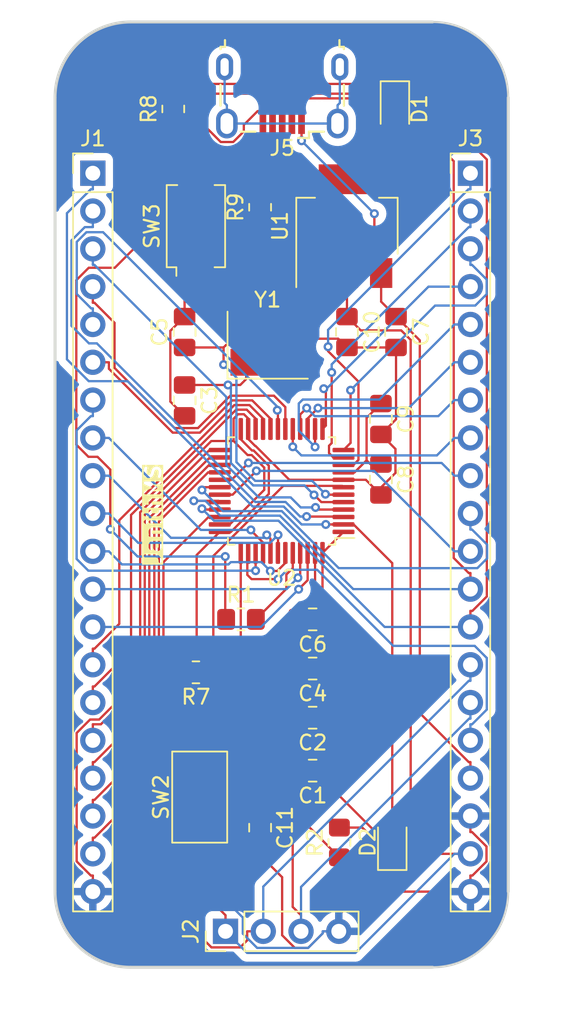
<source format=kicad_pcb>
(kicad_pcb (version 20221018) (generator pcbnew)
  (layers (0 "F.Cu" signal "Top") (31 "B.Cu" signal "Bottom") (34 "B.Paste" user) (35 "F.Paste" user) (36 "B.SilkS" user "B.Silkscreen") (37 "F.SilkS" user "F.Silkscreen") (38 "B.Mask" user) (39 "F.Mask" user) (44 "Edge.Cuts" user))
  (net 0 "")
  (net 1 "+3.3V")
  (net 2 "GND")
  (net 3 "/PD0")
  (net 4 "/PD1")
  (net 5 "VBUS")
  (net 6 "+3.3VA")
  (net 7 "/NRST")
  (net 8 "/PWR_LED_K")
  (net 9 "/PA13")
  (net 10 "/PA14")
  (net 11 "/PB0")
  (net 12 "/PB1")
  (net 13 "/PB2")
  (net 14 "/PB3")
  (net 15 "/PB4")
  (net 16 "/PB5")
  (net 17 "/PA12")
  (net 18 "/PA11")
  (net 19 "/BOOT0")
  (net 21 "unconnected-(J5-Shield-Pad6)")
  (net 22 "Net-(D2-K)")
  (net 23 "/PC13")
  (net 24 "/PC14")
  (net 25 "/PC15")
  (net 26 "/PB6")
  (net 27 "/PB7")
  (net 28 "/PB8")
  (net 29 "/PB9")
  (net 30 "/PB10")
  (net 31 "/PB11")
  (net 32 "/PB12")
  (net 33 "/PB13")
  (net 34 "/PB14")
  (net 35 "/PB15")
  (net 36 "/PA0")
  (net 37 "/PA1")
  (net 38 "/PA2")
  (net 39 "/PA3")
  (net 40 "/PA4")
  (net 41 "/PA5")
  (net 42 "/PA6")
  (net 43 "/PA7")
  (net 44 "/PA8")
  (net 45 "/PA9")
  (net 46 "/PA10")
  (net 47 "/PA15")
  (net 48 "Net-(R1-Pad1)")
  (footprint "Resistor_SMD:R_0805_2012Metric_Pad1.20x1.40mm_HandSolder" (layer "F.Cu") (at 87.4527 55.626 90)
    (fp_text reference "R9")
    (fp_text value "1k5")
  )
  (footprint "Capacitor_SMD:C_0805_2012Metric_Pad1.18x1.45mm_HandSolder" (layer "F.Cu") (at 90.9872 89.916 180)
    (fp_text reference "C2")
    (fp_text value "100n")
  )
  (footprint "Package_TO_SOT_SMD:SOT-223-3_TabPin2" (layer "F.Cu") (at 93.2947 56.896 90)
    (fp_text reference "U1")
    (fp_text value "AMS1117-3.3")
  )
  (footprint "Capacitor_SMD:C_0805_2012Metric_Pad1.18x1.45mm_HandSolder" (layer "F.Cu") (at 82.3727 68.6015 -90)
    (fp_text reference "C3")
    (fp_text value "100n")
  )
  (footprint "Capacitor_SMD:C_0805_2012Metric_Pad1.18x1.45mm_HandSolder" (layer "F.Cu") (at 90.9872 93.472 180)
    (fp_text reference "C1")
    (fp_text value "10n")
  )
  (footprint "Capacitor_SMD:C_0805_2012Metric_Pad1.18x1.45mm_HandSolder" (layer "F.Cu") (at 93.2947 64.008 -90)
    (fp_text reference "C10")
    (fp_text value "22u")
  )
  (footprint "Crystal:Crystal_SMD_3225-4Pin_3.2x2.5mm_HandSoldering" (layer "F.Cu") (at 87.9607 64.89)
    (fp_text reference "Y1")
    (fp_text value "Crystal_GND24")
  )
  (footprint "Button_Switch_SMD:SW_SPST_CK_RS282G05A3" (layer "F.Cu") (at 83.3887 95.25 90)
    (fp_text reference "SW2")
    (fp_text value "SW_Push")
  )
  (footprint "Resistor_SMD:R_0805_2012Metric_Pad1.20x1.40mm_HandSolder" (layer "F.Cu") (at 83.1347 86.868 180)
    (fp_text reference "R7")
    (fp_text value "10k")
  )
  (footprint "Resistor_SMD:R_0805_2012Metric_Pad1.20x1.40mm_HandSolder" (layer "F.Cu") (at 86.1667 83.312)
    (fp_text reference "R1")
    (fp_text value "10k")
  )
  (footprint "LED_SMD:LED_0805_2012Metric_Pad1.15x1.40mm_HandSolder" (layer "F.Cu") (at 96.52 49.022 -90)
    (fp_text reference "D1")
    (fp_text value "LED")
  )
  (footprint "LED_SMD:LED_0805_2012Metric_Pad1.15x1.40mm_HandSolder" (layer "F.Cu") (at 96.3427 98.289 90)
    (fp_text reference "D2")
    (fp_text value "LED")
  )
  (footprint "Connector_PinHeader_2.54mm:PinHeader_1x04_P2.54mm_Vertical" (layer "F.Cu") (at 85.1254 104.267 90)
    (fp_text reference "J2")
    (fp_text value "Conn_01x04_Pin")
  )
  (footprint "Package_QFP:LQFP-48_7x7mm_P0.5mm" (layer "F.Cu") (at 88.9 74.684 180)
    (fp_text reference "U2")
    (fp_text value "STM32F103C8Tx")
  )
  (footprint "Capacitor_SMD:C_0805_2012Metric_Pad1.18x1.45mm_HandSolder" (layer "F.Cu") (at 87.4527 97.3035 -90)
    (fp_text reference "C11")
    (fp_text value "0.1u")
  )
  (footprint "Capacitor_SMD:C_0805_2012Metric_Pad1.18x1.45mm_HandSolder" (layer "F.Cu") (at 95.5807 69.85 -90)
    (fp_text reference "C9")
    (fp_text value "1u")
  )
  (footprint "Capacitor_SMD:C_0805_2012Metric_Pad1.18x1.45mm_HandSolder" (layer "F.Cu") (at 82.3727 64.008 90)
    (fp_text reference "C5")
    (fp_text value "100n")
  )
  (footprint "Capacitor_SMD:C_0805_2012Metric_Pad1.18x1.45mm_HandSolder" (layer "F.Cu") (at 90.9872 83.312 180)
    (fp_text reference "C6")
    (fp_text value "100n")
  )
  (footprint "Capacitor_SMD:C_0805_2012Metric_Pad1.18x1.45mm_HandSolder" (layer "F.Cu") (at 96.5967 64.008 -90)
    (fp_text reference "C7")
    (fp_text value "22u")
  )
  (footprint "Connector_USB:USB_Micro-B_Wuerth_629105150521" (layer "F.Cu") (at 88.94 48.1514 180)
    (fp_text reference "J5")
    (fp_text value "USB_B_Mini")
  )
  (footprint "Button_Switch_SMD:SW_DIP_SPSTx02_Slide_Copal_CHS-02A_W5.08mm_P1.27mm_JPin" (layer "F.Cu") (at 83.1347 56.896 90)
    (fp_text reference "SW3")
    (fp_text value "SW_DIP_x02")
  )
  (footprint "Capacitor_SMD:C_0805_2012Metric_Pad1.18x1.45mm_HandSolder" (layer "F.Cu") (at 90.9872 86.614 180)
    (fp_text reference "C4")
    (fp_text value "100n")
  )
  (footprint "Connector_PinHeader_2.54mm:PinHeader_1x20_P2.54mm_Vertical" (layer "F.Cu") (at 101.6 53.34)
    (fp_text reference "J3")
    (fp_text value "Conn_01x20_Pin")
  )
  (footprint "Connector_PinHeader_2.54mm:PinHeader_1x20_P2.54mm_Vertical" (layer "F.Cu") (at 76.2 53.34)
    (fp_text reference "J1")
    (fp_text value "Conn_01x20_Pin")
  )
  (footprint "Resistor_SMD:R_0805_2012Metric_Pad1.20x1.40mm_HandSolder" (layer "F.Cu") (at 81.6107 49.022 90)
    (fp_text reference "R8")
    (fp_text value "1k5")
  )
  (footprint "Capacitor_SMD:C_0805_2012Metric_Pad1.18x1.45mm_HandSolder" (layer "F.Cu") (at 95.5807 73.914 -90)
    (fp_text reference "C8")
    (fp_text value "10n")
  )
  (footprint "Resistor_SMD:R_0805_2012Metric_Pad1.20x1.40mm_HandSolder" (layer "F.Cu") (at 92.7867 98.298 90)
    (fp_text reference "R2")
    (fp_text value "1k5")
  )
  (gr_line (start 78.74 106.68) (end 99.06 106.68) (stroke (width 0.2)) (layer "Edge.Cuts"))
  (gr_line (start 73.66 48.26) (end 73.66 101.6) (stroke (width 0.2)) (layer "Edge.Cuts"))
  (gr_line (start 78.74 43.18) (end 99.06 43.18) (stroke (width 0.2)) (layer "Edge.Cuts"))
  (gr_arc (start 99.06 43.18) (mid 102.652102 44.667898) (end 104.14 48.26) (stroke (width 0.15)) (layer "Edge.Cuts"))
  (gr_arc (start 73.66 48.26) (mid 75.147898 44.667898) (end 78.74 43.18) (stroke (width 0.2)) (layer "Edge.Cuts"))
  (gr_arc (start 78.74 106.68) (mid 75.147898 105.192102) (end 73.66 101.6) (stroke (width 0.2)) (layer "Edge.Cuts"))
  (gr_arc (start 104.14 101.6) (mid 102.652102 105.192102) (end 99.06 106.68) (stroke (width 0.15)) (layer "Edge.Cuts"))
  (gr_line (start 104.14 48.26) (end 104.14 101.6) (stroke (width 0.2)) (layer "Edge.Cuts"))
  (gr_text "JanithMS" (at 80.270708 76.261512 90) (layer "F.SilkS" knockout) (effects (font (size 1 1) (thickness 0.2) bold)))
  (segment (start 97.5804 98.1135) (end 98.5269 99.06) (width 0.1524) (layer "F.Cu") (net 1))
  (segment (start 91.65 78.8465) (end 93.0625 77.434) (width 0.1524) (layer "F.Cu") (net 1))
  (segment (start 93.2947 53.746) (end 91.1642 53.746) (width 0.1524) (layer "F.Cu") (net 1))
  (segment (start 96.52 50.047) (end 95.4252 51.1418) (width 0.1524) (layer "F.Cu") (net 1))
  (segment (start 92.0247 89.916) (end 92.0247 86.614) (width 0.1524) (layer "F.Cu") (net 1))
  (segment (start 92.0247 94.4034) (end 95.7348 98.1135) (width 0.1524) (layer "F.Cu") (net 1))
  (segment (start 87.4527 56.626) (end 91.1642 56.626) (width 0.1524) (layer "F.Cu") (net 1))
  (segment (start 92.0247 86.614) (end 92.0247 83.312) (width 0.1524) (layer "F.Cu") (net 1))
  (segment (start 83.1848 85.9181) (end 83.1848 78.9867) (width 0.1524) (layer "F.Cu") (net 1))
  (segment (start 98.5269 99.06) (end 100.5195 99.06) (width 0.1524) (layer "F.Cu") (net 1))
  (segment (start 86.15 71.2119) (end 86.15 70.5215) (width 0.1524) (layer "F.Cu") (net 1))
  (segment (start 93.2947 53.746) (end 95.4252 53.746) (width 0.1524) (layer "F.Cu") (net 1))
  (segment (start 93.2947 58.7565) (end 93.2947 60.046) (width 0.1524) (layer "F.Cu") (net 1))
  (segment (start 88.0383 74.8839) (end 88.0383 72.9891) (width 0.1524) (layer "F.Cu") (net 1))
  (segment (start 93.2947 60.046) (end 93.2947 62.9705) (width 0.1524) (layer "F.Cu") (net 1))
  (segment (start 91.1642 56.626) (end 93.2947 58.7565) (width 0.1524) (layer "F.Cu") (net 1))
  (segment (start 83.1848 85.9181) (end 84.1347 86.868) (width 0.1524) (layer "F.Cu") (net 1))
  (segment (start 85.6732 58.4055) (end 87.4527 56.626) (width 0.1524) (layer "F.Cu") (net 1))
  (segment (start 91.65 82.9373) (end 92.0247 83.312) (width 0.1524) (layer "F.Cu") (net 1))
  (segment (start 85.4882 77.434) (end 88.0383 74.8839) (width 0.1524) (layer "F.Cu") (net 1))
  (segment (start 81.5603 85.9181) (end 83.1848 85.9181) (width 0.1524) (layer "F.Cu") (net 1))
  (segment (start 94.2242 63.9) (end 93.2947 62.9705) (width 0.1524) (layer "F.Cu") (net 1))
  (segment (start 97.5804 64.5342) (end 96.9462 63.9) (width 0.1524) (layer "F.Cu") (net 1))
  (segment (start 92.0247 93.472) (end 92.0247 89.916) (width 0.1524) (layer "F.Cu") (net 1))
  (segment (start 91.1642 56.626) (end 91.1642 53.746) (width 0.1524) (layer "F.Cu") (net 1))
  (segment (start 82.4997 59.436) (end 82.4997 58.4055) (width 0.1524) (layer "F.Cu") (net 1))
  (segment (start 84.7375 77.434) (end 85.4882 77.434) (width 0.1524) (layer "F.Cu") (net 1))
  (segment (start 91.65 78.8465) (end 91.65 82.9373) (width 0.1524) (layer "F.Cu") (net 1))
  (segment (start 83.1848 78.9867) (end 84.7375 77.434) (width 0.1524) (layer "F.Cu") (net 1))
  (segment (start 92.0247 93.472) (end 92.0247 94.4034) (width 0.1524) (layer "F.Cu") (net 1))
  (segment (start 85.1254 104.267) (end 85.1254 103.1865) (width 0.1524) (layer "F.Cu") (net 1))
  (segment (start 87.0146 71.9654) (end 86.9035 71.9654) (width 0.1524) (layer "F.Cu") (net 1))
  (segment (start 96.9462 63.9) (end 94.2242 63.9) (width 0.1524) (layer "F.Cu") (net 1))
  (segment (start 88.0383 72.9891) (end 87.0146 71.9654) (width 0.1524) (layer "F.Cu") (net 1))
  (segment (start 97.5804 98.1135) (end 97.5804 64.5342) (width 0.1524) (layer "F.Cu") (net 1))
  (segment (start 82.4997 58.4055) (end 85.6732 58.4055) (width 0.1524) (layer "F.Cu") (net 1))
  (segment (start 81.3032 99.3643) (end 81.3032 86.1752) (width 0.1524) (layer "F.Cu") (net 1))
  (segment (start 85.1254 103.1865) (end 81.3032 99.3643) (width 0.1524) (layer "F.Cu") (net 1))
  (segment (start 81.3032 86.1752) (end 81.5603 85.9181) (width 0.1524) (layer "F.Cu") (net 1))
  (segment (start 101.6 99.06) (end 100.5195 99.06) (width 0.1524) (layer "F.Cu") (net 1))
  (segment (start 95.4252 51.1418) (end 95.4252 53.746) (width 0.1524) (layer "F.Cu") (net 1))
  (segment (start 95.7348 98.1135) (end 97.5804 98.1135) (width 0.1524) (layer "F.Cu") (net 1))
  (segment (start 86.9035 71.9654) (end 86.15 71.2119) (width 0.1524) (layer "F.Cu") (net 1))
  (segment (start 93.859 105.7205) (end 100.5195 99.06) (width 0.1524) (layer "B.Cu") (net 1))
  (segment (start 85.1254 104.267) (end 86.5789 105.7205) (width 0.1524) (layer "B.Cu") (net 1))
  (segment (start 86.5789 105.7205) (end 93.859 105.7205) (width 0.1524) (layer "B.Cu") (net 1))
  (segment (start 101.6 99.06) (end 100.5195 99.06) (width 0.1524) (layer "B.Cu") (net 1))
  (segment (start 93.7279 102.204) (end 93.7279 101.6) (width 0.1524) (layer "F.Cu") (net 2))
  (segment (start 89.417 73.934) (end 87.1417 71.6587) (width 0.1524) (layer "F.Cu") (net 2))
  (segment (start 76.6277 90.0396) (end 79.3855 87.2818) (width 0.1524) (layer "F.Cu") (net 2))
  (segment (start 90.9947 62.6095) (end 90.9947 61.2765) (width 0.1524) (layer "F.Cu") (net 2))
  (segment (start 90.9947 64.456) (end 89.4107 66.04) (width 0.1524) (layer "F.Cu") (net 2))
  (segment (start 92.7867 99.298) (end 89.9512 96.4625) (width 0.1524) (layer "F.Cu") (net 2))
  (segment (start 81.8333 58.1551) (end 84.6028 55.3856) (width 0.1524) (layer "F.Cu") (net 2))
  (segment (start 84.1714 71.3289) (end 85.6703 71.3289) (width 0.1524) (layer "F.Cu") (net 2))
  (segment (start 85.9127 62.6095) (end 86.5107 62.6095) (width 0.1524) (layer "F.Cu") (net 2))
  (segment (start 76.0649 100.5195) (end 75.1119 99.5665) (width 0.1524) (layer "F.Cu") (net 2))
  (segment (start 87.1417 71.6587) (end 87.1174 71.6587) (width 0.1524) (layer "F.Cu") (net 2))
  (segment (start 92.7454 104.267) (end 91.6649 104.267) (width 0.1524) (layer "F.Cu") (net 2))
  (segment (start 96.5967 69.8715) (end 95.5807 70.8875) (width 0.1524) (layer "F.Cu") (net 2))
  (segment (start 82.5102 60.9532) (end 81.8333 60.2763) (width 0.1524) (layer "F.Cu") (net 2))
  (segment (start 101.7119 97.6005) (end 101.6 97.6005) (width 0.1524) (layer "F.Cu") (net 2))
  (segment (start 84.7375 76.934) (end 85.4073 76.934) (width 0.1524) (layer "F.Cu") (net 2))
  (segment (start 94.5632 73.934) (end 93.0625 73.934) (width 0.1524) (layer "F.Cu") (net 2))
  (segment (start 82.3727 62.9705) (end 81.4149 63.9283) (width 0.1524) (layer "F.Cu") (net 2))
  (segment (start 84.6028 53.0141) (end 81.6107 50.022) (width 0.1524) (layer "F.Cu") (net 2))
  (segment (start 88.9354 104.529) (end 88.9354 100.6327) (width 0.1524) (layer "F.Cu") (net 2))
  (segment (start 76.0168 90.0396) (end 76.6277 90.0396) (width 0.1524) (layer "F.Cu") (net 2))
  (segment (start 87.1174 71.6587) (end 86.65 71.1913) (width 0.1524) (layer "F.Cu") (net 2))
  (segment (start 76.2 101.6) (end 76.2 100.5195) (width 0.1524) (layer "F.Cu") (net 2))
  (segment (start 86.5107 63.74) (end 86.5107 62.6095) (width 0.1524) (layer "F.Cu") (net 2))
  (segment (start 81.8333 60.2763) (end 81.8333 58.1551) (width 0.1524) (layer "F.Cu") (net 2))
  (segment (start 93.0625 73.934) (end 89.417 73.934) (width 0.1524) (layer "F.Cu") (net 2))
  (segment (start 86.8875 72.2721) (end 86.6135 72.2721) (width 0.1524) (layer "F.Cu") (net 2))
  (segment (start 102.6807 99.5739) (end 102.6807 98.5693) (width 0.1524) (layer "F.Cu") (net 2))
  (segment (start 91.6649 104.4021) (end 90.6872 105.3798) (width 0.1524) (layer "F.Cu") (net 2))
  (segment (start 90.9947 62.6095) (end 86.5107 62.6095) (width 0.1524) (layer "F.Cu") (net 2))
  (segment (start 96.5567 71.8635) (end 96.5567 73.4734) (width 0.1524) (layer "F.Cu") (net 2))
  (segment (start 87.4527 99.15) (end 84.3692 99.15) (width 0.1524) (layer "F.Cu") (net 2))
  (segment (start 89.9497 93.472) (end 89.9497 89.916) (width 0.1524) (layer "F.Cu") (net 2))
  (segment (start 86.65 69.8156) (end 86.65 70.5215) (width 0.1524) (layer "F.Cu") (net 2))
  (segment (start 92.7454 103.1865) (end 93.7279 102.204) (width 0.1524) (layer "F.Cu") (net 2))
  (segment (start 82.5102 60.9532) (end 82.9969 60.4665) (width 0.1524) (layer "F.Cu") (net 2))
  (segment (start 95.5807 70.8875) (end 96.5567 71.8635) (width 0.1524) (layer "F.Cu") (net 2))
  (segment (start 84.6028 53.0141) (end 85.5578 53.0141) (width 0.1524) (layer "F.Cu") (net 2))
  (segment (start 85.6703 69.8302) (end 85.9696 69.5309) (width 0.1524) (layer "F.Cu") (net 2))
  (segment (start 87.7316 74.6097) (end 87.7316 73.1162) (width 0.1524) (layer "F.Cu") (net 2))
  (segment (start 83.7697 59.436) (end 83.7697 60.4665) (width 0.1524) (layer "F.Cu") (net 2))
  (segment (start 93.7279 100.2392) (end 92.7867 99.298) (width 0.1524) (layer "F.Cu") (net 2))
  (segment (start 101.7351 100.5195) (end 102.6807 99.5739) (width 0.1524) (layer "F.Cu") (net 2))
  (segment (start 91.15 82.1117) (end 91.15 78.8465) (width 0.1524) (layer "F.Cu") (net 2))
  (segment (start 90.6872 105.3798) (end 89.7862 105.3798) (width 0.1524) (layer "F.Cu") (net 2))
  (segment (start 89.9512 96.4625) (end 89.9512 93.4735) (width 0.1524) (layer "F.Cu") (net 2))
  (segment (start 89.9512 93.4735) (end 89.9497 93.472) (width 0.1524) (layer "F.Cu") (net 2))
  (segment (start 102.6807 98.5693) (end 101.7119 97.6005) (width 0.1524) (layer "F.Cu") (net 2))
  (segment (start 93.7279 101.6) (end 100.5195 101.6) (width 0.1524) (layer "F.Cu") (net 2))
  (segment (start 93.7279 101.6) (end 93.7279 100.2392) (width 0.1524) (layer "F.Cu") (net 2))
  (segment (start 89.9497 86.614) (end 89.9497 89.916) (width 0.1524) (layer "F.Cu") (net 2))
  (segment (start 95.3297 74.7004) (end 95.5807 74.9515) (width 0.1524) (layer "F.Cu") (net 2))
  (segment (start 86.65 71.1913) (end 86.65 70.5215) (width 0.1524) (layer "F.Cu") (net 2))
  (segment (start 86.6135 72.2721) (end 85.6703 71.3289) (width 0.1524) (layer "F.Cu") (net 2))
  (segment (start 89.7862 105.3798) (end 88.9354 104.529) (width 0.1524) (layer "F.Cu") (net 2))
  (segment (start 92.7454 104.267) (end 92.7454 103.1865) (width 0.1524) (layer "F.Cu") (net 2))
  (segment (start 93.2947 65.0455) (end 92.7052 64.456) (width 0.1524) (layer "F.Cu") (net 2))
  (segment (start 85.6703 71.3289) (end 85.6703 69.8302) (width 0.1524) (layer "F.Cu") (net 2))
  (segment (start 75.1119 99.5665) (end 75.1119 90.9445) (width 0.1524) (layer "F.Cu") (net 2))
  (segment (start 89.9497 83.312) (end 91.15 82.1117) (width 0.1524) (layer "F.Cu") (net 2))
  (segment (start 81.4149 68.6812) (end 82.3727 69.639) (width 0.1524) (layer "F.Cu") (net 2))
  (segment (start 76.2 100.5195) (end 76.0649 100.5195) (width 0.1524) (layer "F.Cu") (net 2))
  (segment (start 101.6 96.52) (end 101.6 97.6005) (width 0.1524) (layer "F.Cu") (net 2))
  (segment (start 96.5567 73.4734) (end 95.3297 74.7004) (width 0.1524) (layer "F.Cu") (net 2))
  (segment (start 95.3297 74.7004) (end 94.5632 73.934) (width 0.1524) (layer "F.Cu") (net 2))
  (segment (start 91.6649 104.267) (end 91.6649 104.4021) (width 0.1524) (layer "F.Cu") (net 2))
  (segment (start 87.4527 99.15) (end 87.4527 98.341) (width 0.1524) (layer "F.Cu") (net 2))
  (segment (start 90.9947 60.046) (end 90.9947 61.2765) (width 0.1524) (layer "F.Cu") (net 2))
  (segment (start 79.3855 76.1148) (end 84.1714 71.3289) (width 0.1524) (layer "F.Cu") (net 2))
  (segment (start 83.7697 60.4665) (end 85.9127 62.6095) (width 0.1524) (layer "F.Cu") (net 2))
  (segment (start 79.3855 87.2818) (end 79.3855 76.1148) (width 0.1524) (layer "F.Cu") (net 2))
  (segment (start 101.6 101.6) (end 101.6 100.5195) (width 0.1524) (layer "F.Cu") (net 2))
  (segment (start 82.3727 61.0907) (end 82.5102 60.9532) (width 0.1524) (layer "F.Cu") (net 2))
  (segment (start 83.3887 99.15) (end 84.3692 99.15) (width 0.1524) (layer "F.Cu") (net 2))
  (segment (start 87.7316 73.1162) (end 86.8875 72.2721) (width 0.1524) (layer "F.Cu") (net 2))
  (segment (start 86.3653 69.5309) (end 86.65 69.8156) (width 0.1524) (layer "F.Cu") (net 2))
  (segment (start 85.4073 76.934) (end 87.7316 74.6097) (width 0.1524) (layer "F.Cu") (net 2))
  (segment (start 101.6 101.6) (end 100.5195 101.6) (width 0.1524) (layer "F.Cu") (net 2))
  (segment (start 92.7052 64.456) (end 90.9947 64.456) (width 0.1524) (layer "F.Cu") (net 2))
  (segment (start 87.64 50.0514) (end 87.64 50.9319) (width 0.1524) (layer "F.Cu") (net 2))
  (segment (start 90.9947 62.6095) (end 90.9947 64.456) (width 0.1524) (layer "F.Cu") (net 2))
  (segment (start 101.6 100.5195) (end 101.7351 100.5195) (width 0.1524) (layer "F.Cu") (net 2))
  (segment (start 81.4149 63.9283) (end 81.4149 68.6812) (width 0.1524) (layer "F.Cu") (net 2))
  (segment (start 89.9497 86.614) (end 89.9497 83.312) (width 0.1524) (layer "F.Cu") (net 2))
  (segment (start 82.9969 60.4665) (end 83.7697 60.4665) (width 0.1524) (layer "F.Cu") (net 2))
  (segment (start 96.5967 65.0455) (end 93.2947 65.0455) (width 0.1524) (layer "F.Cu") (net 2))
  (segment (start 85.9696 69.5309) (end 86.3653 69.5309) (width 0.1524) (layer "F.Cu") (net 2))
  (segment (start 75.1119 90.9445) (end 76.0168 90.0396) (width 0.1524) (layer "F.Cu") (net 2))
  (segment (start 84.6028 55.3856) (end 84.6028 53.0141) (width 0.1524) (layer "F.Cu") (net 2))
  (segment (start 96.5967 65.0455) (end 96.5967 69.8715) (width 0.1524) (layer "F.Cu") (net 2))
  (segment (start 82.3727 62.9705) (end 82.3727 61.0907) (width 0.1524) (layer "F.Cu") (net 2))
  (segment (start 88.9354 100.6327) (end 87.4527 99.15) (width 0.1524) (layer "F.Cu") (net 2))
  (segment (start 85.5578 53.0141) (end 87.64 50.9319) (width 0.1524) (layer "F.Cu") (net 2))
  (segment (start 87.2503 105.3799) (end 86.2874 104.417) (width 0.1524) (layer "B.Cu") (net 2))
  (segment (start 90.6871 105.3799) (end 87.2503 105.3799) (width 0.1524) (layer "B.Cu") (net 2))
  (segment (start 86.2874 103.3416) (end 84.5458 101.6) (width 0.1524) (layer "B.Cu") (net 2))
  (segment (start 84.5458 101.6) (end 76.2 101.6) (width 0.1524) (layer "B.Cu") (net 2))
  (segment (start 92.7454 104.267) (end 91.6649 104.267) (width 0.1524) (layer "B.Cu") (net 2))
  (segment (start 91.6649 104.267) (end 91.6649 104.4021) (width 0.1524) (layer "B.Cu") (net 2))
  (segment (start 91.6649 104.4021) (end 90.6871 105.3799) (width 0.1524) (layer "B.Cu") (net 2))
  (segment (start 86.2874 104.417) (end 86.2874 103.3416) (width 0.1524) (layer "B.Cu") (net 2))
  (segment (start 91.5731 75.434) (end 91.0922 74.9531) (width 0.1524) (layer "F.Cu") (net 3))
  (segment (start 85.2924 67.564) (end 86.1172 67.564) (width 0.1524) (layer "F.Cu") (net 3))
  (segment (start 86.5107 66.04) (end 86.5107 67.1705) (width 0.1524) (layer "F.Cu") (net 3))
  (segment (start 93.0625 75.434) (end 91.5731 75.434) (width 0.1524) (layer "F.Cu") (net 3))
  (segment (start 86.1172 67.564) (end 86.5107 67.1705) (width 0.1524) (layer "F.Cu") (net 3))
  (segment (start 82.3727 67.564) (end 85.2924 67.564) (width 0.1524) (layer "F.Cu") (net 3))
  (segment (start 91.0922 74.9531) (end 91.0794 74.9531) (width 0.1524) (layer "F.Cu") (net 3))
  (via (at 85.2924 67.564) (size 0.6) (drill 0.3) (layers "F.Cu" "B.Cu") (net 3))
  (via (at 91.0794 74.9531) (size 0.6) (drill 0.3) (layers "F.Cu" "B.Cu") (net 3))
  (segment (start 85.4862 67.7578) (end 85.2924 67.564) (width 0.1524) (layer "B.Cu") (net 3))
  (segment (start 85.4862 72.8055) (end 85.4862 67.7578) (width 0.1524) (layer "B.Cu") (net 3))
  (segment (start 91.0794 74.9531) (end 90.4396 74.3133) (width 0.1524) (layer "B.Cu") (net 3))
  (segment (start 86.994 74.3133) (end 85.4862 72.8055) (width 0.1524) (layer "B.Cu") (net 3))
  (segment (start 90.4396 74.3133) (end 86.994 74.3133) (width 0.1524) (layer "B.Cu") (net 3))
  (segment (start 91.88 74.934) (end 91.8465 74.9005) (width 0.1524) (layer "F.Cu") (net 4))
  (segment (start 85.1705 64.8705) (end 84.9955 65.0455) (width 0.1524) (layer "F.Cu") (net 4))
  (segment (start 84.9955 65.0455) (end 84.9955 66.1993) (width 0.1524) (layer "F.Cu") (net 4))
  (segment (start 89.4107 63.74) (end 89.4107 64.8705) (width 0.1524) (layer "F.Cu") (net 4))
  (segment (start 89.4107 64.8705) (end 85.1705 64.8705) (width 0.1524) (layer "F.Cu") (net 4))
  (segment (start 84.9955 65.0455) (end 82.3727 65.0455) (width 0.1524) (layer "F.Cu") (net 4))
  (segment (start 93.0625 74.934) (end 91.88 74.934) (width 0.1524) (layer "F.Cu") (net 4))
  (via (at 91.8465 74.9005) (size 0.6) (drill 0.3) (layers "F.Cu" "B.Cu") (net 4))
  (via (at 84.9955 66.1993) (size 0.6) (drill 0.3) (layers "F.Cu" "B.Cu") (net 4))
  (segment (start 91.8465 74.9005) (end 90.9526 74.0066) (width 0.1524) (layer "B.Cu") (net 4))
  (segment (start 87.1212 74.0066) (end 85.8595 72.7449) (width 0.1524) (layer "B.Cu") (net 4))
  (segment (start 90.9526 74.0066) (end 87.1212 74.0066) (width 0.1524) (layer "B.Cu") (net 4))
  (segment (start 85.8595 72.7449) (end 85.8595 67.0633) (width 0.1524) (layer "B.Cu") (net 4))
  (segment (start 85.8595 67.0633) (end 84.9955 66.1993) (width 0.1524) (layer "B.Cu") (net 4))
  (segment (start 101.6 92.8995) (end 101.488 92.8995) (width 0.1524) (layer "F.Cu") (net 5))
  (segment (start 95.5947 61.9685) (end 96.5967 62.9705) (width 0.1524) (layer "F.Cu") (net 5))
  (segment (start 98.1938 64.5676) (end 96.5967 62.9705) (width 0.1524) (layer "F.Cu") (net 5))
  (segment (start 95.1386 58.3594) (end 95.1386 56.058) (width 0.1524) (layer "F.Cu") (net 5))
  (segment (start 95.5947 58.8155) (end 95.1386 58.3594) (width 0.1524) (layer "F.Cu") (net 5))
  (segment (start 95.5947 60.046) (end 95.5947 58.8155) (width 0.1524) (layer "F.Cu") (net 5))
  (segment (start 90.24 50.0514) (end 90.24 50.9319) (width 0.1524) (layer "F.Cu") (net 5))
  (segment (start 90.24 50.9319) (end 90.24 51.1594) (width 0.1524) (layer "F.Cu") (net 5))
  (segment (start 101.488 92.8995) (end 98.1938 89.6053) (width 0.1524) (layer "F.Cu") (net 5))
  (segment (start 101.6 93.98) (end 101.6 92.8995) (width 0.1524) (layer "F.Cu") (net 5))
  (segment (start 98.1938 89.6053) (end 98.1938 64.5676) (width 0.1524) (layer "F.Cu") (net 5))
  (segment (start 95.5947 60.046) (end 95.5947 61.9685) (width 0.1524) (layer "F.Cu") (net 5))
  (via (at 95.1386 56.058) (size 0.6) (drill 0.3) (layers "F.Cu" "B.Cu") (net 5))
  (via (at 90.24 51.1594) (size 0.6) (drill 0.3) (layers "F.Cu" "B.Cu") (net 5))
  (segment (start 90.24 51.1594) (end 95.1386 56.058) (width 0.1524) (layer "B.Cu") (net 5))
  (segment (start 94.6156 69.7776) (end 95.5807 68.8125) (width 0.1524) (layer "F.Cu") (net 6))
  (segment (start 95.5807 72.8765) (end 94.8674 72.8765) (width 0.1524) (layer "F.Cu") (net 6))
  (segment (start 93.0625 73.434) (end 93.8063 73.434) (width 0.1524) (layer "F.Cu") (net 6))
  (segment (start 94.6156 72.6247) (end 94.6156 69.7776) (width 0.1524) (layer "F.Cu") (net 6))
  (segment (start 93.8063 73.434) (end 94.6156 72.6247) (width 0.1524) (layer "F.Cu") (net 6))
  (segment (start 94.8674 72.8765) (end 94.6156 72.6247) (width 0.1524) (layer "F.Cu") (net 6))
  (segment (start 92.9707 74.3422) (end 93.0625 74.434) (width 0.1524) (layer "F.Cu") (net 7))
  (segment (start 83.5172 92.3305) (end 83.3887 92.3305) (width 0.1524) (layer "F.Cu") (net 7))
  (segment (start 83.3887 91.35) (end 83.3887 92.3305) (width 0.1524) (layer "F.Cu") (net 7))
  (segment (start 84.4472 88.122) (end 84.9989 87.5703) (width 0.1524) (layer "F.Cu") (net 7))
  (segment (start 89.0137 74.3422) (end 92.9707 74.3422) (width 0.1524) (layer "F.Cu") (net 7))
  (segment (start 84.3068 79.0491) (end 89.0137 74.3422) (width 0.1524) (layer "F.Cu") (net 7))
  (segment (start 83.3887 91.35) (end 83.3887 90.8597) (width 0.1524) (layer "F.Cu") (net 7))
  (segment (start 83.3887 88.122) (end 84.4472 88.122) (width 0.1524) (layer "F.Cu") (net 7))
  (segment (start 87.4527 96.266) (end 83.5172 92.3305) (width 0.1524) (layer "F.Cu") (net 7))
  (segment (start 84.9989 87.5703) (end 84.9989 85.2201) (width 0.1524) (layer "F.Cu") (net 7))
  (segment (start 84.3068 84.528) (end 84.3068 79.0491) (width 0.1524) (layer "F.Cu") (net 7))
  (segment (start 83.3887 88.122) (end 83.3887 90.8597) (width 0.1524) (layer "F.Cu") (net 7))
  (segment (start 82.1347 86.868) (end 83.3887 88.122) (width 0.1524) (layer "F.Cu") (net 7))
  (segment (start 84.9989 85.2201) (end 84.3068 84.528) (width 0.1524) (layer "F.Cu") (net 7))
  (segment (start 96.52 47.997) (end 81.6357 47.997) (width 0.1524) (layer "F.Cu") (net 8))
  (segment (start 81.6357 47.997) (end 81.6107 48.022) (width 0.1524) (layer "F.Cu") (net 8))
  (segment (start 84.1799 105.3475) (end 80.9505 102.1181) (width 0.1524) (layer "F.Cu") (net 9))
  (segment (start 80.9505 102.1181) (end 80.9505 79.4658) (width 0.1524) (layer "F.Cu") (net 9))
  (segment (start 86.1104 105.3475) (end 84.1799 105.3475) (width 0.1524) (layer "F.Cu") (net 9))
  (segment (start 86.5849 104.267) (end 86.5849 104.873) (width 0.1524) (layer "F.Cu") (net 9))
  (segment (start 86.5849 104.873) (end 86.1104 105.3475) (width 0.1524) (layer "F.Cu") (net 9))
  (segment (start 83.9823 76.434) (end 84.7375 76.434) (width 0.1524) (layer "F.Cu") (net 9))
  (segment (start 80.9505 79.4658) (end 83.9823 76.434) (width 0.1524) (layer "F.Cu") (net 9))
  (segment (start 87.6654 104.267) (end 86.5849 104.267) (width 0.1524) (layer "F.Cu") (net 9))
  (segment (start 87.6654 101.2631) (end 101.488 87.4405) (width 0.1524) (layer "B.Cu") (net 9))
  (segment (start 101.488 87.4405) (end 101.6 87.4405) (width 0.1524) (layer "B.Cu") (net 9))
  (segment (start 101.6 86.36) (end 101.6 87.4405) (width 0.1524) (layer "B.Cu") (net 9))
  (segment (start 87.6654 104.267) (end 87.6654 101.2631) (width 0.1524) (layer "B.Cu") (net 9))
  (segment (start 90.2054 104.267) (end 90.2054 103.1865) (width 0.1524) (layer "F.Cu") (net 10))
  (segment (start 90.2054 103.1865) (end 89.6445 102.6256) (width 0.1524) (layer "F.Cu") (net 10))
  (segment (start 89.6445 102.6256) (end 89.6445 95.9608) (width 0.1524) (layer "F.Cu") (net 10))
  (segment (start 86.15 92.4663) (end 86.15 78.8465) (width 0.1524) (layer "F.Cu") (net 10))
  (segment (start 89.6445 95.9608) (end 86.15 92.4663) (width 0.1524) (layer "F.Cu") (net 10))
  (segment (start 101.6 89.9805) (end 101.5102 89.9805) (width 0.1524) (layer "B.Cu") (net 10))
  (segment (start 101.5102 89.9805) (end 90.2054 101.2853) (width 0.1524) (layer "B.Cu") (net 10))
  (segment (start 90.2054 101.2853) (end 90.2054 104.267) (width 0.1524) (layer "B.Cu") (net 10))
  (segment (start 101.6 88.9) (end 101.6 89.9805) (width 0.1524) (layer "B.Cu") (net 10))
  (segment (start 83.2728 70.4603) (end 81.7008 70.4603) (width 0.1524) (layer "F.Cu") (net 11))
  (segment (start 88.3849 68.2859) (end 85.4472 68.2859) (width 0.1524) (layer "F.Cu") (net 11))
  (segment (start 76.2 60.96) (end 76.2 62.0405) (width 0.1524) (layer "F.Cu") (net 11))
  (segment (start 81.7008 70.4603) (end 77.661 66.4205) (width 0.1524) (layer "F.Cu") (net 11))
  (segment (start 89.15 69.051) (end 88.3849 68.2859) (width 0.1524) (layer "F.Cu") (net 11))
  (segment (start 77.661 66.4205) (end 77.661 63.3896) (width 0.1524) (layer "F.Cu") (net 11))
  (segment (start 77.661 63.3896) (end 76.3119 62.0405) (width 0.1524) (layer "F.Cu") (net 11))
  (segment (start 85.4472 68.2859) (end 83.2728 70.4603) (width 0.1524) (layer "F.Cu") (net 11))
  (segment (start 76.3119 62.0405) (end 76.2 62.0405) (width 0.1524) (layer "F.Cu") (net 11))
  (segment (start 89.15 70.5215) (end 89.15 69.051) (width 0.1524) (layer "F.Cu") (net 11))
  (segment (start 88.65 69.3013) (end 88.6093 69.2606) (width 0.1524) (layer "F.Cu") (net 12))
  (segment (start 88.65 70.5215) (end 88.65 69.3013) (width 0.1524) (layer "F.Cu") (net 12))
  (via (at 88.6093 69.2606) (size 0.6) (drill 0.3) (layers "F.Cu" "B.Cu") (net 12))
  (segment (start 76.2 63.5) (end 76.2 62.4195) (width 0.1524) (layer "B.Cu") (net 12))
  (segment (start 76.088 62.4195) (end 75.1195 61.451) (width 0.1524) (layer "B.Cu") (net 12))
  (segment (start 88.6093 69.0209) (end 88.6093 69.2606) (width 0.1524) (layer "B.Cu") (net 12))
  (segment (start 75.1195 61.451) (end 75.1195 57.9524) (width 0.1524) (layer "B.Cu") (net 12))
  (segment (start 76.2 62.4195) (end 76.088 62.4195) (width 0.1524) (layer "B.Cu") (net 12))
  (segment (start 75.1195 57.9524) (end 75.7686 57.3033) (width 0.1524) (layer "B.Cu") (net 12))
  (segment (start 75.7686 57.3033) (end 76.8917 57.3033) (width 0.1524) (layer "B.Cu") (net 12))
  (segment (start 76.8917 57.3033) (end 88.6093 69.0209) (width 0.1524) (layer "B.Cu") (net 12))
  (segment (start 81.5737 70.767) (end 77.2805 66.4738) (width 0.1524) (layer "F.Cu") (net 13))
  (segment (start 88.15 69.828) (end 86.9227 68.6007) (width 0.1524) (layer "F.Cu") (net 13))
  (segment (start 88.15 70.5215) (end 88.15 69.828) (width 0.1524) (layer "F.Cu") (net 13))
  (segment (start 76.2 66.04) (end 77.2805 66.04) (width 0.1524) (layer "F.Cu") (net 13))
  (segment (start 77.2805 66.4738) (end 77.2805 66.04) (width 0.1524) (layer "F.Cu") (net 13))
  (segment (start 85.5684 68.6007) (end 83.4021 70.767) (width 0.1524) (layer "F.Cu") (net 13))
  (segment (start 83.4021 70.767) (end 81.5737 70.767) (width 0.1524) (layer "F.Cu") (net 13))
  (segment (start 86.9227 68.6007) (end 85.5684 68.6007) (width 0.1524) (layer "F.Cu") (net 13))
  (segment (start 87.15 78.8465) (end 87.15 80.04) (width 0.1524) (layer "F.Cu") (net 14))
  (via (at 87.15 80.04) (size 0.6) (drill 0.3) (layers "F.Cu" "B.Cu") (net 14))
  (segment (start 75.1105 70.6149) (end 76.0649 69.6605) (width 0.1524) (layer "B.Cu") (net 14))
  (segment (start 75.8983 80.04) (end 75.1105 79.2522) (width 0.1524) (layer "B.Cu") (net 14))
  (segment (start 76.0649 69.6605) (end 76.2 69.6605) (width 0.1524) (layer "B.Cu") (net 14))
  (segment (start 75.1105 79.2522) (end 75.1105 70.6149) (width 0.1524) (layer "B.Cu") (net 14))
  (segment (start 76.2 68.58) (end 76.2 69.6605) (width 0.1524) (layer "B.Cu") (net 14))
  (segment (start 87.15 80.04) (end 75.8983 80.04) (width 0.1524) (layer "B.Cu") (net 14))
  (segment (start 87.65 78.1484) (end 86.8316 77.33) (width 0.1524) (layer "F.Cu") (net 15))
  (segment (start 86.8316 77.33) (end 86.8316 77.301) (width 0.1524) (layer "F.Cu") (net 15))
  (segment (start 87.65 78.8465) (end 87.65 78.1484) (width 0.1524) (layer "F.Cu") (net 15))
  (via (at 86.8316 77.301) (size 0.6) (drill 0.3) (layers "F.Cu" "B.Cu") (net 15))
  (segment (start 77.2805 71.12) (end 83.4615 77.301) (width 0.1524) (layer "B.Cu") (net 15))
  (segment (start 76.2 71.12) (end 77.2805 71.12) (width 0.1524) (layer "B.Cu") (net 15))
  (segment (start 83.4615 77.301) (end 86.8316 77.301) (width 0.1524) (layer "B.Cu") (net 15))
  (segment (start 88.15 78.8465) (end 88.15 77.8885) (width 0.1524) (layer "F.Cu") (net 16))
  (segment (start 88.15 77.8885) (end 87.9009 77.6394) (width 0.1524) (layer "F.Cu") (net 16))
  (via (at 87.9009 77.6394) (size 0.6) (drill 0.3) (layers "F.Cu" "B.Cu") (net 16))
  (segment (start 77.2805 73.66) (end 81.452 77.8315) (width 0.1524) (layer "B.Cu") (net 16))
  (segment (start 76.2 73.66) (end 77.2805 73.66) (width 0.1524) (layer "B.Cu") (net 16))
  (segment (start 81.452 77.8315) (end 87.7088 77.8315) (width 0.1524) (layer "B.Cu") (net 16))
  (segment (start 87.7088 77.8315) (end 87.9009 77.6394) (width 0.1524) (layer "B.Cu") (net 16))
  (segment (start 101.735 82.7395) (end 101.6 82.7395) (width 0.1524) (layer "F.Cu") (net 17))
  (segment (start 82.586 49.022) (end 81.0766 49.022) (width 0.1524) (layer "F.Cu") (net 17))
  (segment (start 94.073 47.1651) (end 97.4515 47.1651) (width 0.1524) (layer "F.Cu") (net 17))
  (segment (start 80.653 48.5984) (end 80.653 47.4617) (width 0.1524) (layer "F.Cu") (net 17))
  (segment (start 84.7375 75.934) (end 83.5989 75.934) (width 0.1524) (layer "F.Cu") (net 17))
  (segment (start 80.653 47.4617) (end 80.9415 47.1732) (width 0.1524) (layer "F.Cu") (net 17))
  (segment (start 102.7029 52.4165) (end 102.7029 81.7716) (width 0.1524) (layer "F.Cu") (net 17))
  (segment (start 87.4527 54.626) (end 88.94 53.1387) (width 0.1524) (layer "F.Cu") (net 17))
  (segment (start 86.3562 50.5308) (end 85.6431 51.2439) (width 0.1524) (layer "F.Cu") (net 17))
  (segment (start 83.5989 75.934) (end 83.5414 75.8765) (width 0.1524) (layer "F.Cu") (net 17))
  (segment (start 88.94 49.1709) (end 87.2817 49.1709) (width 0.1524) (layer "F.Cu") (net 17))
  (segment (start 82.5507 47.3404) (end 93.8977 47.3404) (width 0.1524) (layer "F.Cu") (net 17))
  (segment (start 102.7029 81.7716) (end 101.735 82.7395) (width 0.1524) (layer "F.Cu") (net 17))
  (segment (start 82.3835 47.1732) (end 82.5507 47.3404) (width 0.1524) (layer "F.Cu") (net 17))
  (segment (start 85.6431 51.2439) (end 84.8079 51.2439) (width 0.1524) (layer "F.Cu") (net 17))
  (segment (start 97.4515 47.1651) (end 102.7029 52.4165) (width 0.1524) (layer "F.Cu") (net 17))
  (segment (start 88.94 50.0514) (end 88.94 49.1709) (width 0.1524) (layer "F.Cu") (net 17))
  (segment (start 93.8977 47.3404) (end 94.073 47.1651) (width 0.1524) (layer "F.Cu") (net 17))
  (segment (start 80.9415 47.1732) (end 82.3835 47.1732) (width 0.1524) (layer "F.Cu") (net 17))
  (segment (start 87.2817 49.1709) (end 86.3562 50.0964) (width 0.1524) (layer "F.Cu") (net 17))
  (segment (start 81.0766 49.022) (end 80.653 48.5984) (width 0.1524) (layer "F.Cu") (net 17))
  (segment (start 88.94 53.1387) (end 88.94 50.0514) (width 0.1524) (layer "F.Cu") (net 17))
  (segment (start 101.6 83.82) (end 101.6 82.7395) (width 0.1524) (layer "F.Cu") (net 17))
  (segment (start 86.3562 50.0964) (end 86.3562 50.5308) (width 0.1524) (layer "F.Cu") (net 17))
  (segment (start 84.8079 51.2439) (end 82.586 49.022) (width 0.1524) (layer "F.Cu") (net 17))
  (via (at 83.5414 75.8765) (size 0.6) (drill 0.3) (layers "F.Cu" "B.Cu") (net 17))
  (segment (start 101.6 83.82) (end 100.5195 83.82) (width 0.1524) (layer "B.Cu") (net 17))
  (segment (start 83.5414 75.8765) (end 84.3486 76.6837) (width 0.1524) (layer "B.Cu") (net 17))
  (segment (start 88.6904 76.6837) (end 95.8267 83.82) (width 0.1524) (layer "B.Cu") (net 17))
  (segment (start 95.8267 83.82) (end 100.5195 83.82) (width 0.1524) (layer "B.Cu") (net 17))
  (segment (start 84.3486 76.6837) (end 88.6904 76.6837) (width 0.1524) (layer "B.Cu") (net 17))
  (segment (start 89.59 49.1709) (end 90.4487 48.3122) (width 0.1524) (layer "F.Cu") (net 18))
  (segment (start 94.9729 48.3122) (end 95.6827 49.022) (width 0.1524) (layer "F.Cu") (net 18))
  (segment (start 90.4487 48.3122) (end 94.9729 48.3122) (width 0.1524) (layer "F.Cu") (net 18))
  (segment (start 89.59 50.0514) (end 89.59 49.1709) (width 0.1524) (layer "F.Cu") (net 18))
  (segment (start 96.9676 49.022) (end 100.4757 52.5301) (width 0.1524) (layer "F.Cu") (net 18))
  (segment (start 82.9912 75.3459) (end 84.6494 75.3459) (width 0.1524) (layer "F.Cu") (net 18))
  (segment (start 84.6494 75.3459) (end 84.7375 75.434) (width 0.1524) (layer "F.Cu") (net 18))
  (segment (start 100.4757 79.1872) (end 101.488 80.1995) (width 0.1524) (layer "F.Cu") (net 18))
  (segment (start 100.4757 52.5301) (end 100.4757 79.1872) (width 0.1524) (layer "F.Cu") (net 18))
  (segment (start 101.488 80.1995) (end 101.6 80.1995) (width 0.1524) (layer "F.Cu") (net 18))
  (segment (start 95.6827 49.022) (end 96.9676 49.022) (width 0.1524) (layer "F.Cu") (net 18))
  (segment (start 101.6 81.28) (end 101.6 80.1995) (width 0.1524) (layer "F.Cu") (net 18))
  (via (at 82.9912 75.3459) (size 0.6) (drill 0.3) (layers "F.Cu" "B.Cu") (net 18))
  (segment (start 101.6 81.28) (end 100.5195 81.28) (width 0.1524) (layer "B.Cu") (net 18))
  (segment (start 84.7671 76.344) (end 88.7845 76.344) (width 0.1524) (layer "B.Cu") (net 18))
  (segment (start 82.9912 75.3459) (end 83.769 75.3459) (width 0.1524) (layer "B.Cu") (net 18))
  (segment (start 83.769 75.3459) (end 84.7671 76.344) (width 0.1524) (layer "B.Cu") (net 18))
  (segment (start 88.7845 76.344) (end 93.7205 81.28) (width 0.1524) (layer "B.Cu") (net 18))
  (segment (start 93.7205 81.28) (end 100.5195 81.28) (width 0.1524) (layer "B.Cu") (net 18))
  (segment (start 89.2197 81.259) (end 89.2197 80.2976) (width 0.1524) (layer "F.Cu") (net 19))
  (segment (start 89.2197 80.2976) (end 89.65 79.8673) (width 0.1524) (layer "F.Cu") (net 19))
  (segment (start 89.65 79.8673) (end 89.65 78.8465) (width 0.1524) (layer "F.Cu") (net 19))
  (segment (start 87.1667 83.312) (end 89.2197 81.259) (width 0.1524) (layer "F.Cu") (net 19))
  (segment (start 92.665 50.0014) (end 92.665 48.7709) (width 0.1524) (layer "B.Cu") (net 21))
  (segment (start 85.065 46.2014) (end 85.065 48.6209) (width 0.1524) (layer "B.Cu") (net 21))
  (segment (start 85.215 50.0014) (end 91.7095 50.0014) (width 0.1524) (layer "B.Cu") (net 21))
  (segment (start 92.815 46.2014) (end 92.815 48.6209) (width 0.1524) (layer "B.Cu") (net 21))
  (segment (start 85.215 50.0014) (end 85.215 48.7709) (width 0.1524) (layer "B.Cu") (net 21))
  (segment (start 92.665 50.0014) (end 91.7095 50.0014) (width 0.1524) (layer "B.Cu") (net 21))
  (segment (start 92.815 48.6209) (end 92.665 48.7709) (width 0.1524) (layer "B.Cu") (net 21))
  (segment (start 85.065 48.6209) (end 85.215 48.7709) (width 0.1524) (layer "B.Cu") (net 21))
  (segment (start 94.3267 97.298) (end 96.3427 99.314) (width 0.1524) (layer "F.Cu") (net 22))
  (segment (start 92.7867 97.298) (end 94.3267 97.298) (width 0.1524) (layer "F.Cu") (net 22))
  (segment (start 93.7405 76.934) (end 93.0625 76.934) (width 0.1524) (layer "F.Cu") (net 23))
  (segment (start 96.3427 97.264) (end 96.3427 79.5362) (width 0.1524) (layer "F.Cu") (net 23))
  (segment (start 93.0625 76.934) (end 91.8716 76.934) (width 0.1524) (layer "F.Cu") (net 23))
  (segment (start 91.8716 76.934) (end 91.8701 76.9355) (width 0.1524) (layer "F.Cu") (net 23))
  (segment (start 96.3427 79.5362) (end 93.7405 76.934) (width 0.1524) (layer "F.Cu") (net 23))
  (via (at 91.8701 76.9355) (size 0.6) (drill 0.3) (layers "F.Cu" "B.Cu") (net 23))
  (segment (start 76.2 54.4205) (end 76.0649 54.4205) (width 0.1524) (layer "B.Cu") (net 23))
  (segment (start 74.458 65.8423) (end 75.9257 67.31) (width 0.1524) (layer "B.Cu") (net 23))
  (segment (start 78.5369 67.31) (end 86.9575 75.7306) (width 0.1524) (layer "B.Cu") (net 23))
  (segment (start 90.2436 76.9355) (end 91.8701 76.9355) (width 0.1524) (layer "B.Cu") (net 23))
  (segment (start 76.2 53.34) (end 76.2 54.4205) (width 0.1524) (layer "B.Cu") (net 23))
  (segment (start 86.9575 75.7306) (end 89.0387 75.7306) (width 0.1524) (layer "B.Cu") (net 23))
  (segment (start 75.9257 67.31) (end 78.5369 67.31) (width 0.1524) (layer "B.Cu") (net 23))
  (segment (start 74.458 56.0274) (end 74.458 65.8423) (width 0.1524) (layer "B.Cu") (net 23))
  (segment (start 76.0649 54.4205) (end 74.458 56.0274) (width 0.1524) (layer "B.Cu") (net 23))
  (segment (start 89.0387 75.7306) (end 90.2436 76.9355) (width 0.1524) (layer "B.Cu") (net 23))
  (segment (start 90.5806 76.405) (end 93.0335 76.405) (width 0.1524) (layer "F.Cu") (net 24))
  (segment (start 93.0335 76.405) (end 93.0625 76.434) (width 0.1524) (layer "F.Cu") (net 24))
  (via (at 90.5806 76.405) (size 0.6) (drill 0.3) (layers "F.Cu" "B.Cu") (net 24))
  (segment (start 74.7647 63.5942) (end 75.9405 64.77) (width 0.1524) (layer "B.Cu") (net 24))
  (segment (start 75.6597 56.9605) (end 74.7647 57.8555) (width 0.1524) (layer "B.Cu") (net 24))
  (segment (start 90.1468 76.405) (end 90.5806 76.405) (width 0.1524) (layer "B.Cu") (net 24))
  (segment (start 76.2 55.88) (end 76.2 56.9605) (width 0.1524) (layer "B.Cu") (net 24))
  (segment (start 75.9405 64.77) (end 76.473 64.77) (width 0.1524) (layer "B.Cu") (net 24))
  (segment (start 76.2 56.9605) (end 75.6597 56.9605) (width 0.1524) (layer "B.Cu") (net 24))
  (segment (start 74.7647 57.8555) (end 74.7647 63.5942) (width 0.1524) (layer "B.Cu") (net 24))
  (segment (start 76.473 64.77) (end 87.1269 75.4239) (width 0.1524) (layer "B.Cu") (net 24))
  (segment (start 89.1657 75.4239) (end 90.1468 76.405) (width 0.1524) (layer "B.Cu") (net 24))
  (segment (start 87.1269 75.4239) (end 89.1657 75.4239) (width 0.1524) (layer "B.Cu") (net 24))
  (segment (start 93.0625 75.934) (end 91.3228 75.934) (width 0.1524) (layer "F.Cu") (net 25))
  (segment (start 91.3228 75.934) (end 91.1797 75.7909) (width 0.1524) (layer "F.Cu") (net 25))
  (via (at 91.1797 75.7909) (size 0.6) (drill 0.3) (layers "F.Cu" "B.Cu") (net 25))
  (segment (start 76.3119 59.5005) (end 76.2 59.5005) (width 0.1524) (layer "B.Cu") (net 25))
  (segment (start 76.2 58.42) (end 76.2 59.5005) (width 0.1524) (layer "B.Cu") (net 25))
  (segment (start 85.1795 72.9415) (end 85.1795 68.3681) (width 0.1524) (layer "B.Cu") (net 25))
  (segment (start 89.5085 75.1172) (end 87.3552 75.1172) (width 0.1524) (layer "B.Cu") (net 25))
  (segment (start 85.1795 68.3681) (end 76.3119 59.5005) (width 0.1524) (layer "B.Cu") (net 25))
  (segment (start 91.1797 75.7909) (end 90.1822 75.7909) (width 0.1524) (layer "B.Cu") (net 25))
  (segment (start 90.1822 75.7909) (end 89.5085 75.1172) (width 0.1524) (layer "B.Cu") (net 25))
  (segment (start 87.3552 75.1172) (end 85.1795 72.9415) (width 0.1524) (layer "B.Cu") (net 25))
  (segment (start 88.65 78.8465) (end 88.6581 78.8384) (width 0.1524) (layer "F.Cu") (net 26))
  (segment (start 88.6581 78.8384) (end 88.6581 77.6363) (width 0.1524) (layer "F.Cu") (net 26))
  (via (at 88.6581 77.6363) (size 0.6) (drill 0.3) (layers "F.Cu" "B.Cu") (net 26))
  (segment (start 76.2 76.2) (end 77.2805 76.2) (width 0.1524) (layer "B.Cu") (net 26))
  (segment (start 79.2525 78.172) (end 77.2805 76.2) (width 0.1524) (layer "B.Cu") (net 26))
  (segment (start 88.6581 77.6363) (end 88.1224 78.172) (width 0.1524) (layer "B.Cu") (net 26))
  (segment (start 88.1224 78.172) (end 79.2525 78.172) (width 0.1524) (layer "B.Cu") (net 26))
  (segment (start 89.15 79.5192) (end 88.6094 80.0598) (width 0.1524) (layer "F.Cu") (net 27))
  (segment (start 88.6094 80.0598) (end 88.1397 80.0598) (width 0.1524) (layer "F.Cu") (net 27))
  (segment (start 89.15 78.8465) (end 89.15 79.5192) (width 0.1524) (layer "F.Cu") (net 27))
  (via (at 88.1397 80.0598) (size 0.6) (drill 0.3) (layers "F.Cu" "B.Cu") (net 27))
  (segment (start 85.327 79.6191) (end 85.4804 79.4657) (width 0.1524) (layer "B.Cu") (net 27))
  (segment (start 76.2 78.74) (end 77.2805 78.74) (width 0.1524) (layer "B.Cu") (net 27))
  (segment (start 77.2805 78.74) (end 78.1596 79.6191) (width 0.1524) (layer "B.Cu") (net 27))
  (segment (start 87.5456 79.4657) (end 88.1397 80.0598) (width 0.1524) (layer "B.Cu") (net 27))
  (segment (start 78.1596 79.6191) (end 85.327 79.6191) (width 0.1524) (layer "B.Cu") (net 27))
  (segment (start 85.4804 79.4657) (end 87.5456 79.4657) (width 0.1524) (layer "B.Cu") (net 27))
  (segment (start 90.15 80.3634) (end 89.9964 80.517) (width 0.1524) (layer "F.Cu") (net 28))
  (segment (start 90.15 78.8465) (end 90.15 80.3634) (width 0.1524) (layer "F.Cu") (net 28))
  (via (at 89.9964 80.517) (size 0.6) (drill 0.3) (layers "F.Cu" "B.Cu") (net 28))
  (segment (start 76.2 81.28) (end 77.2805 81.28) (width 0.1524) (layer "B.Cu") (net 28))
  (segment (start 77.2805 81.28) (end 89.2334 81.28) (width 0.1524) (layer "B.Cu") (net 28))
  (segment (start 89.2334 81.28) (end 89.9964 80.517) (width 0.1524) (layer "B.Cu") (net 28))
  (segment (start 90.65 78.8465) (end 90.65 80.6808) (width 0.1524) (layer "F.Cu") (net 29))
  (segment (start 90.65 80.6808) (end 90.0446 81.2862) (width 0.1524) (layer "F.Cu") (net 29))
  (via (at 90.0446 81.2862) (size 0.6) (drill 0.3) (layers "F.Cu" "B.Cu") (net 29))
  (segment (start 76.2 83.82) (end 87.5108 83.82) (width 0.1524) (layer "B.Cu") (net 29))
  (segment (start 87.5108 83.82) (end 90.0446 81.2862) (width 0.1524) (layer "B.Cu") (net 29))
  (segment (start 86.7418 68.9175) (end 85.7152 68.9175) (width 0.1524) (layer "F.Cu") (net 30))
  (segment (start 85.7152 68.9175) (end 77.981 76.6517) (width 0.1524) (layer "F.Cu") (net 30))
  (segment (start 77.981 76.6517) (end 77.981 83.6104) (width 0.1524) (layer "F.Cu") (net 30))
  (segment (start 76.2 86.36) (end 76.2 85.2795) (width 0.1524) (layer "F.Cu") (net 30))
  (segment (start 87.65 70.5215) (end 87.65 69.8257) (width 0.1524) (layer "F.Cu") (net 30))
  (segment (start 87.65 69.8257) (end 86.7418 68.9175) (width 0.1524) (layer "F.Cu") (net 30))
  (segment (start 76.3119 85.2795) (end 76.2 85.2795) (width 0.1524) (layer "F.Cu") (net 30))
  (segment (start 77.981 83.6104) (end 76.3119 85.2795) (width 0.1524) (layer "F.Cu") (net 30))
  (segment (start 76.3119 87.8195) (end 78.772 85.3594) (width 0.1524) (layer "F.Cu") (net 31))
  (segment (start 87.15 69.8213) (end 87.15 70.5215) (width 0.1524) (layer "F.Cu") (net 31))
  (segment (start 76.2 87.8195) (end 76.3119 87.8195) (width 0.1524) (layer "F.Cu") (net 31))
  (segment (start 78.772 85.3594) (end 78.772 76.2945) (width 0.1524) (layer "F.Cu") (net 31))
  (segment (start 86.5529 69.2242) (end 87.15 69.8213) (width 0.1524) (layer "F.Cu") (net 31))
  (segment (start 78.772 76.2945) (end 85.8423 69.2242) (width 0.1524) (layer "F.Cu") (net 31))
  (segment (start 76.2 88.9) (end 76.2 87.8195) (width 0.1524) (layer "F.Cu") (net 31))
  (segment (start 85.8423 69.2242) (end 86.5529 69.2242) (width 0.1524) (layer "F.Cu") (net 31))
  (segment (start 79.6922 87.409) (end 79.6922 76.2892) (width 0.1524) (layer "F.Cu") (net 32))
  (segment (start 84.0474 71.934) (end 84.7375 71.934) (width 0.1524) (layer "F.Cu") (net 32))
  (segment (start 76.7417 90.3595) (end 79.6922 87.409) (width 0.1524) (layer "F.Cu") (net 32))
  (segment (start 79.6922 76.2892) (end 84.0474 71.934) (width 0.1524) (layer "F.Cu") (net 32))
  (segment (start 76.2 91.44) (end 76.2 90.3595) (width 0.1524) (layer "F.Cu") (net 32))
  (segment (start 76.2 90.3595) (end 76.7417 90.3595) (width 0.1524) (layer "F.Cu") (net 32))
  (segment (start 76.2 93.98) (end 76.2 92.8995) (width 0.1524) (layer "F.Cu") (net 33))
  (segment (start 79.9989 89.2105) (end 79.9989 76.5009) (width 0.1524) (layer "F.Cu") (net 33))
  (segment (start 79.9989 76.5009) (end 84.0658 72.434) (width 0.1524) (layer "F.Cu") (net 33))
  (segment (start 76.2 92.8995) (end 76.3099 92.8995) (width 0.1524) (layer "F.Cu") (net 33))
  (segment (start 76.3099 92.8995) (end 79.9989 89.2105) (width 0.1524) (layer "F.Cu") (net 33))
  (segment (start 84.0658 72.434) (end 84.7375 72.434) (width 0.1524) (layer "F.Cu") (net 33))
  (segment (start 84.7375 72.934) (end 84.0216 72.934) (width 0.1524) (layer "F.Cu") (net 34))
  (segment (start 76.2 96.52) (end 76.2 95.4395) (width 0.1524) (layer "F.Cu") (net 34))
  (segment (start 76.3119 95.4395) (end 76.2 95.4395) (width 0.1524) (layer "F.Cu") (net 34))
  (segment (start 80.3371 76.6185) (end 80.3371 91.4143) (width 0.1524) (layer "F.Cu") (net 34))
  (segment (start 84.0216 72.934) (end 80.3371 76.6185) (width 0.1524) (layer "F.Cu") (net 34))
  (segment (start 80.3371 91.4143) (end 76.3119 95.4395) (width 0.1524) (layer "F.Cu") (net 34))
  (segment (start 76.2 99.06) (end 76.2 97.9795) (width 0.1524) (layer "F.Cu") (net 35))
  (segment (start 83.9554 73.434) (end 84.7375 73.434) (width 0.1524) (layer "F.Cu") (net 35))
  (segment (start 80.6438 76.7456) (end 83.9554 73.434) (width 0.1524) (layer "F.Cu") (net 35))
  (segment (start 76.3119 97.9795) (end 80.6438 93.6476) (width 0.1524) (layer "F.Cu") (net 35))
  (segment (start 76.2 97.9795) (end 76.3119 97.9795) (width 0.1524) (layer "F.Cu") (net 35))
  (segment (start 80.6438 93.6476) (end 80.6438 76.7456) (width 0.1524) (layer "F.Cu") (net 35))
  (segment (start 92.0252 65.2934) (end 92.0252 64.9958) (width 0.1524) (layer "F.Cu") (net 36))
  (segment (start 93.7323 72.934) (end 94.0685 72.5978) (width 0.1524) (layer "F.Cu") (net 36))
  (segment (start 93.0625 72.934) (end 93.7323 72.934) (width 0.1524) (layer "F.Cu") (net 36))
  (segment (start 94.0685 72.5978) (end 94.0685 67.3367) (width 0.1524) (layer "F.Cu") (net 36))
  (segment (start 94.0685 67.3367) (end 92.0252 65.2934) (width 0.1524) (layer "F.Cu") (net 36))
  (via (at 92.0252 64.9958) (size 0.6) (drill 0.3) (layers "F.Cu" "B.Cu") (net 36))
  (segment (start 92.0252 64.9958) (end 92.0252 63.8602) (width 0.1524) (layer "B.Cu") (net 36))
  (segment (start 92.0252 63.8602) (end 101.4649 54.4205) (width 0.1524) (layer "B.Cu") (net 36))
  (segment (start 101.6 53.34) (end 101.6 54.4205) (width 0.1524) (layer "B.Cu") (net 36))
  (segment (start 101.4649 54.4205) (end 101.6 54.4205) (width 0.1524) (layer "B.Cu") (net 36))
  (segment (start 92.0888 72.143) (end 92.0888 71.647) (width 0.1524) (layer "F.Cu") (net 37))
  (segment (start 93.0625 72.434) (end 92.3798 72.434) (width 0.1524) (layer "F.Cu") (net 37))
  (segment (start 92.0888 71.647) (end 92.2673 71.4685) (width 0.1524) (layer "F.Cu") (net 37))
  (segment (start 92.3798 72.434) (end 92.0888 72.143) (width 0.1524) (layer "F.Cu") (net 37))
  (segment (start 92.2673 71.4685) (end 92.2673 66.7209) (width 0.1524) (layer "F.Cu") (net 37))
  (via (at 92.2673 66.7209) (size 0.6) (drill 0.3) (layers "F.Cu" "B.Cu") (net 37))
  (segment (start 92.2673 66.7209) (end 92.2673 66.1813) (width 0.1524) (layer "B.Cu") (net 37))
  (segment (start 92.2673 66.1813) (end 101.4881 56.9605) (width 0.1524) (layer "B.Cu") (net 37))
  (segment (start 101.6 55.88) (end 101.6 56.9605) (width 0.1524) (layer "B.Cu") (net 37))
  (segment (start 101.4881 56.9605) (end 101.6 56.9605) (width 0.1524) (layer "B.Cu") (net 37))
  (segment (start 93.0625 71.934) (end 93.538 71.4585) (width 0.1524) (layer "F.Cu") (net 38))
  (segment (start 93.538 71.4585) (end 93.538 67.9179) (width 0.1524) (layer "F.Cu") (net 38))
  (via (at 93.538 67.9179) (size 0.6) (drill 0.3) (layers "F.Cu" "B.Cu") (net 38))
  (segment (start 93.538 67.9179) (end 99.2259 62.23) (width 0.1524) (layer "B.Cu") (net 38))
  (segment (start 101.7119 59.5005) (end 101.6 59.5005) (width 0.1524) (layer "B.Cu") (net 38))
  (segment (start 101.6 58.42) (end 101.6 59.5005) (width 0.1524) (layer "B.Cu") (net 38))
  (segment (start 101.926 62.23) (end 102.6943 61.4617) (width 0.1524) (layer "B.Cu") (net 38))
  (segment (start 102.6943 60.4829) (end 101.7119 59.5005) (width 0.1524) (layer "B.Cu") (net 38))
  (segment (start 99.2259 62.23) (end 101.926 62.23) (width 0.1524) (layer "B.Cu") (net 38))
  (segment (start 102.6943 61.4617) (end 102.6943 60.4829) (width 0.1524) (layer "B.Cu") (net 38))
  (segment (start 91.8759 70.2956) (end 91.8759 67.957) (width 0.1524) (layer "F.Cu") (net 39))
  (segment (start 91.8759 67.957) (end 91.7338 67.8149) (width 0.1524) (layer "F.Cu") (net 39))
  (segment (start 91.65 70.5215) (end 91.8759 70.2956) (width 0.1524) (layer "F.Cu") (net 39))
  (via (at 91.7338 67.8149) (size 0.6) (drill 0.3) (layers "F.Cu" "B.Cu") (net 39))
  (segment (start 91.9236 67.8148) (end 91.7338 67.8148) (width 0.1524) (layer "B.Cu") (net 39))
  (segment (start 101.6 60.96) (end 98.7784 60.96) (width 0.1524) (layer "B.Cu") (net 39))
  (segment (start 98.7784 60.96) (end 91.9236 67.8148) (width 0.1524) (layer "B.Cu") (net 39))
  (segment (start 91.7338 67.8148) (end 91.7338 67.8149) (width 0.1524) (layer "B.Cu") (net 39))
  (segment (start 91.15 70.5215) (end 91.15 71.7281) (width 0.1524) (layer "F.Cu") (net 40))
  (via (at 91.15 71.7281) (size 0.6) (drill 0.3) (layers "F.Cu" "B.Cu") (net 40))
  (segment (start 90.0536 70.6317) (end 91.15 71.7281) (width 0.1524) (layer "B.Cu") (net 40))
  (segment (start 90.3204 68.5438) (end 90.0536 68.8106) (width 0.1524) (layer "B.Cu") (net 40))
  (segment (start 90.0536 68.8106) (end 90.0536 70.6317) (width 0.1524) (layer "B.Cu") (net 40))
  (segment (start 101.6 63.5) (end 100.5195 63.5) (width 0.1524) (layer "B.Cu") (net 40))
  (segment (start 100.5195 63.5) (end 95.4757 68.5438) (width 0.1524) (layer "B.Cu") (net 40))
  (segment (start 95.4757 68.5438) (end 90.3204 68.5438) (width 0.1524) (layer "B.Cu") (net 40))
  (segment (start 90.65 69.815) (end 91.3453 69.1197) (width 0.1524) (layer "F.Cu") (net 41))
  (segment (start 90.65 70.5215) (end 90.65 69.815) (width 0.1524) (layer "F.Cu") (net 41))
  (via (at 91.3453 69.1197) (size 0.6) (drill 0.3) (layers "F.Cu" "B.Cu") (net 41))
  (segment (start 101.6 66.04) (end 100.5195 66.04) (width 0.1524) (layer "B.Cu") (net 41))
  (segment (start 100.5195 66.04) (end 97.4398 69.1197) (width 0.1524) (layer "B.Cu") (net 41))
  (segment (start 97.4398 69.1197) (end 91.3453 69.1197) (width 0.1524) (layer "B.Cu") (net 41))
  (segment (start 90.15 70.5215) (end 90.15 69.5493) (width 0.1524) (layer "F.Cu") (net 42))
  (segment (start 90.15 69.5493) (end 90.5853 69.114) (width 0.1524) (layer "F.Cu") (net 42))
  (via (at 90.5853 69.114) (size 0.6) (drill 0.3) (layers "F.Cu" "B.Cu") (net 42))
  (segment (start 100.5195 68.58) (end 99.4391 69.6604) (width 0.1524) (layer "B.Cu") (net 42))
  (segment (start 91.1317 69.6604) (end 90.5853 69.114) (width 0.1524) (layer "B.Cu") (net 42))
  (segment (start 101.6 68.58) (end 100.5195 68.58) (width 0.1524) (layer "B.Cu") (net 42))
  (segment (start 99.4391 69.6604) (end 91.1317 69.6604) (width 0.1524) (layer "B.Cu") (net 42))
  (segment (start 89.65 70.5215) (end 89.65 71.7177) (width 0.1524) (layer "F.Cu") (net 43))
  (via (at 89.65 71.7177) (size 0.6) (drill 0.3) (layers "F.Cu" "B.Cu") (net 43))
  (segment (start 99.3428 72.2967) (end 90.229 72.2967) (width 0.1524) (layer "B.Cu") (net 43))
  (segment (start 101.6 71.12) (end 100.5195 71.12) (width 0.1524) (layer "B.Cu") (net 43))
  (segment (start 90.229 72.2967) (end 89.65 71.7177) (width 0.1524) (layer "B.Cu") (net 43))
  (segment (start 100.5195 71.12) (end 99.3428 72.2967) (width 0.1524) (layer "B.Cu") (net 43))
  (segment (start 85.5362 73.934) (end 86.6676 72.8026) (width 0.1524) (layer "F.Cu") (net 44))
  (segment (start 84.7375 73.934) (end 85.5362 73.934) (width 0.1524) (layer "F.Cu") (net 44))
  (via (at 86.6676 72.8026) (size 0.6) (drill 0.3) (layers "F.Cu" "B.Cu") (net 44))
  (segment (start 99.6621 72.8026) (end 86.6676 72.8026) (width 0.1524) (layer "B.Cu") (net 44))
  (segment (start 100.5195 73.66) (end 99.6621 72.8026) (width 0.1524) (layer "B.Cu") (net 44))
  (segment (start 101.6 73.66) (end 100.5195 73.66) (width 0.1524) (layer "B.Cu") (net 44))
  (segment (start 84.7375 74.434) (end 83.7239 74.434) (width 0.1524) (layer "F.Cu") (net 45))
  (segment (start 83.7239 74.434) (end 83.5397 74.6182) (width 0.1524) (layer "F.Cu") (net 45))
  (via (at 83.5397 74.6182) (size 0.6) (drill 0.3) (layers "F.Cu" "B.Cu") (net 45))
  (segment (start 101.6 77.2805) (end 101.7119 77.2805) (width 0.1524) (layer "B.Cu") (net 45))
  (segment (start 92.7448 79.8705) (end 88.9116 76.0373) (width 0.1524) (layer "B.Cu") (net 45))
  (segment (start 101.7119 77.2805) (end 102.7208 78.2894) (width 0.1524) (layer "B.Cu") (net 45))
  (segment (start 88.9116 76.0373) (end 84.9588 76.0373) (width 0.1524) (layer "B.Cu") (net 45))
  (segment (start 101.6 76.2) (end 101.6 77.2805) (width 0.1524) (layer "B.Cu") (net 45))
  (segment (start 102.0655 79.8705) (end 92.7448 79.8705) (width 0.1524) (layer "B.Cu") (net 45))
  (segment (start 84.9588 76.0373) (end 83.5397 74.6182) (width 0.1524) (layer "B.Cu") (net 45))
  (segment (start 102.7208 78.2894) (end 102.7208 79.2152) (width 0.1524) (layer "B.Cu") (net 45))
  (segment (start 102.7208 79.2152) (end 102.0655 79.8705) (width 0.1524) (layer "B.Cu") (net 45))
  (segment (start 84.7375 74.934) (end 85.6031 74.934) (width 0.1524) (layer "F.Cu") (net 46))
  (segment (start 85.6031 74.934) (end 87.2011 73.336) (width 0.1524) (layer "F.Cu") (net 46))
  (via (at 87.2011 73.336) (size 0.6) (drill 0.3) (layers "F.Cu" "B.Cu") (net 46))
  (segment (start 100.5195 78.74) (end 95.1155 73.336) (width 0.1524) (layer "B.Cu") (net 46))
  (segment (start 95.1155 73.336) (end 87.2011 73.336) (width 0.1524) (layer "B.Cu") (net 46))
  (segment (start 101.6 78.74) (end 100.5195 78.74) (width 0.1524) (layer "B.Cu") (net 46))
  (segment (start 86.5932 80.321) (end 86.8805 80.6083) (width 0.1524) (layer "F.Cu") (net 47))
  (segment (start 86.65 78.8465) (end 86.5932 78.9033) (width 0.1524) (layer "F.Cu") (net 47))
  (segment (start 86.8805 80.6083) (end 88.658 80.6083) (width 0.1524) (layer "F.Cu") (net 47))
  (segment (start 86.5932 78.9033) (end 86.5932 80.321) (width 0.1524) (layer "F.Cu") (net 47))
  (via (at 88.658 80.6083) (size 0.6) (drill 0.3) (layers "F.Cu" "B.Cu") (net 47))
  (segment (start 101.6 90.3595) (end 101.7119 90.3595) (width 0.1524) (layer "B.Cu") (net 47))
  (segment (start 102.7001 89.3713) (end 102.7001 85.9031) (width 0.1524) (layer "B.Cu") (net 47))
  (segment (start 89.2873 79.979) (end 88.658 80.6083) (width 0.1524) (layer "B.Cu") (net 47))
  (segment (start 101.7119 90.3595) (end 102.7001 89.3713) (width 0.1524) (layer "B.Cu") (net 47))
  (segment (start 101.6 91.44) (end 101.6 90.3595) (width 0.1524) (layer "B.Cu") (net 47))
  (segment (start 96.4028 85.09) (end 91.2918 79.979) (width 0.1524) (layer "B.Cu") (net 47))
  (segment (start 91.2918 79.979) (end 89.2873 79.979) (width 0.1524) (layer "B.Cu") (net 47))
  (segment (start 101.887 85.09) (end 96.4028 85.09) (width 0.1524) (layer "B.Cu") (net 47))
  (segment (start 102.7001 85.9031) (end 101.887 85.09) (width 0.1524) (layer "B.Cu") (net 47))
  (segment (start 83.015 55.3865) (end 83.7697 55.3865) (width 0.1524) (layer "F.Cu") (net 48))
  (segment (start 83.7697 54.356) (end 83.7697 55.3865) (width 0.1524) (layer "F.Cu") (net 48))
  (segment (start 76.5151 72.39) (end 75.9052 72.39) (width 0.1524) (layer "F.Cu") (net 48))
  (segment (start 85.1667 83.312) (end 85.1072 83.2525) (width 0.1524) (layer "F.Cu") (net 48))
  (segment (start 77.3739 73.2488) (end 76.5151 72.39) (width 0.1524) (layer "F.Cu") (net 48))
  (segment (start 75.9052 72.39) (end 75.0889 71.5737) (width 0.1524) (layer "F.Cu") (net 48))
  (segment (start 82.4997 54.8712) (end 83.015 55.3865) (width 0.1524) (layer "F.Cu") (net 48))
  (segment (start 75.0889 60.5267) (end 75.9256 59.69) (width 0.1524) (layer "F.Cu") (net 48))
  (segment (start 77.6809 59.69) (end 82.4997 54.8712) (width 0.1524) (layer "F.Cu") (net 48))
  (segment (start 75.9256 59.69) (end 77.6809 59.69) (width 0.1524) (layer "F.Cu") (net 48))
  (segment (start 75.0889 71.5737) (end 75.0889 60.5267) (width 0.1524) (layer "F.Cu") (net 48))
  (segment (start 85.1072 83.2525) (end 85.1072 79.0886) (width 0.1524) (layer "F.Cu") (net 48))
  (segment (start 82.4997 54.356) (end 82.4997 54.8712) (width 0.1524) (layer "F.Cu") (net 48))
  (segment (start 77.3739 77.255) (end 77.3739 73.2488) (width 0.1524) (layer "F.Cu") (net 48))
  (via (at 85.1072 79.0886) (size 0.6) (drill 0.3) (layers "F.Cu" "B.Cu") (net 48))
  (via (at 77.3739 77.255) (size 0.6) (drill 0.3) (layers "F.Cu" "B.Cu") (net 48))
  (segment (start 77.3739 77.255) (end 79.2075 79.0886) (width 0.1524) (layer "B.Cu") (net 48))
  (segment (start 79.2075 79.0886) (end 85.1072 79.0886) (width 0.1524) (layer "B.Cu") (net 48))
  (zone (net 2) (net_name "GND") (layer "B.Cu") (connect_pads (clearance 0.508)) (min_thickness 0.25) (fill yes (thermal_gap 0.5) (thermal_bridge_width 0.5))
    (polygon (pts (xy 73.66 43.18) (xy 104.14 43.18) (xy 104.14 106.68) (xy 73.66 106.68)))
  )
)
</source>
